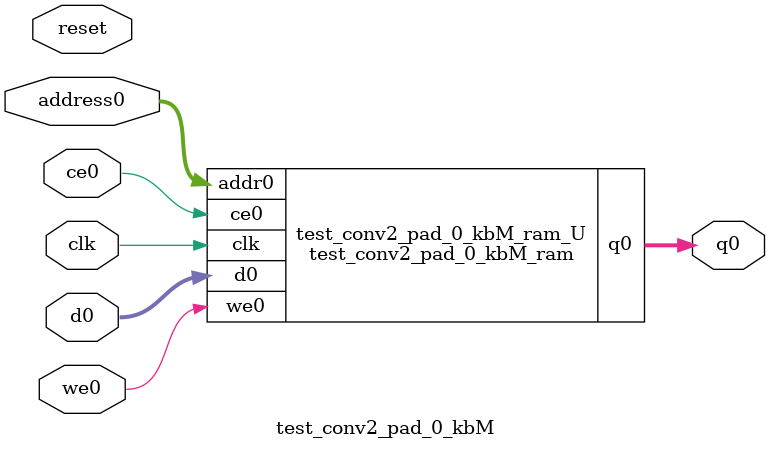
<source format=v>
`timescale 1 ns / 1 ps
module test_conv2_pad_0_kbM_ram (addr0, ce0, d0, we0, q0,  clk);

parameter DWIDTH = 4;
parameter AWIDTH = 14;
parameter MEM_SIZE = 13284;

input[AWIDTH-1:0] addr0;
input ce0;
input[DWIDTH-1:0] d0;
input we0;
output reg[DWIDTH-1:0] q0;
input clk;

(* ram_style = "block" *)reg [DWIDTH-1:0] ram[0:MEM_SIZE-1];




always @(posedge clk)  
begin 
    if (ce0) begin
        if (we0) 
            ram[addr0] <= d0; 
        q0 <= ram[addr0];
    end
end


endmodule

`timescale 1 ns / 1 ps
module test_conv2_pad_0_kbM(
    reset,
    clk,
    address0,
    ce0,
    we0,
    d0,
    q0);

parameter DataWidth = 32'd4;
parameter AddressRange = 32'd13284;
parameter AddressWidth = 32'd14;
input reset;
input clk;
input[AddressWidth - 1:0] address0;
input ce0;
input we0;
input[DataWidth - 1:0] d0;
output[DataWidth - 1:0] q0;



test_conv2_pad_0_kbM_ram test_conv2_pad_0_kbM_ram_U(
    .clk( clk ),
    .addr0( address0 ),
    .ce0( ce0 ),
    .we0( we0 ),
    .d0( d0 ),
    .q0( q0 ));

endmodule


</source>
